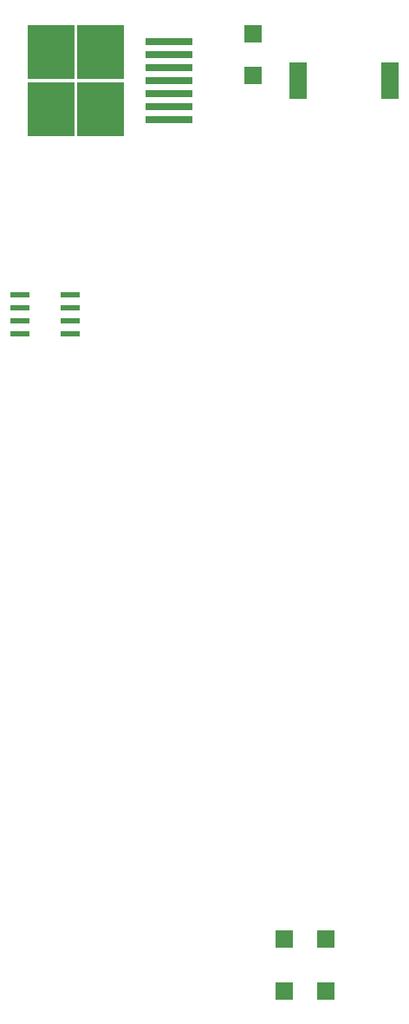
<source format=gtp>
%TF.GenerationSoftware,KiCad,Pcbnew,6.0.0*%
%TF.CreationDate,2022-03-27T17:34:43-07:00*%
%TF.ProjectId,PSU,5053552e-6b69-4636-9164-5f7063625858,rev?*%
%TF.SameCoordinates,Original*%
%TF.FileFunction,Paste,Top*%
%TF.FilePolarity,Positive*%
%FSLAX46Y46*%
G04 Gerber Fmt 4.6, Leading zero omitted, Abs format (unit mm)*
G04 Created by KiCad (PCBNEW 6.0.0) date 2022-03-27 17:34:43*
%MOMM*%
%LPD*%
G01*
G04 APERTURE LIST*
%ADD10R,1.800000X1.700000*%
%ADD11R,1.970000X0.570000*%
%ADD12R,1.700000X1.800000*%
%ADD13R,4.600000X0.800000*%
%ADD14R,4.550000X5.250000*%
%ADD15R,1.800000X3.600000*%
G04 APERTURE END LIST*
D10*
X146540000Y-176530000D03*
X150640000Y-176530000D03*
D11*
X120715000Y-113665000D03*
X120715000Y-114935000D03*
X120715000Y-116205000D03*
X120715000Y-117475000D03*
X125665000Y-117475000D03*
X125665000Y-116205000D03*
X125665000Y-114935000D03*
X125665000Y-113665000D03*
D12*
X143510000Y-92220000D03*
X143510000Y-88120000D03*
D13*
X135315000Y-88900000D03*
X135315000Y-90170000D03*
X135315000Y-91440000D03*
X135315000Y-92710000D03*
X135315000Y-93980000D03*
X135315000Y-95250000D03*
X135315000Y-96520000D03*
D14*
X128590000Y-89935000D03*
X123740000Y-89935000D03*
X128590000Y-95485000D03*
X123740000Y-95485000D03*
D10*
X146540000Y-181610000D03*
X150640000Y-181610000D03*
D15*
X147900000Y-92710000D03*
X156900000Y-92710000D03*
M02*

</source>
